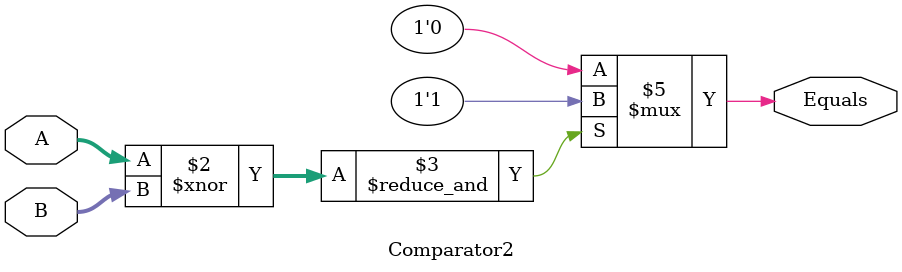
<source format=v>
  	                                            		
module Comparator2 (
   input[1:0] A,B, 
   output reg Equals
);      		              	          	
// student code here
always @ (A,B)
if ( &(A~^B) )
begin
    Equals=1; 
end
else begin 
  Equals=0;
end




endmodule // Comparator2 




    
</source>
